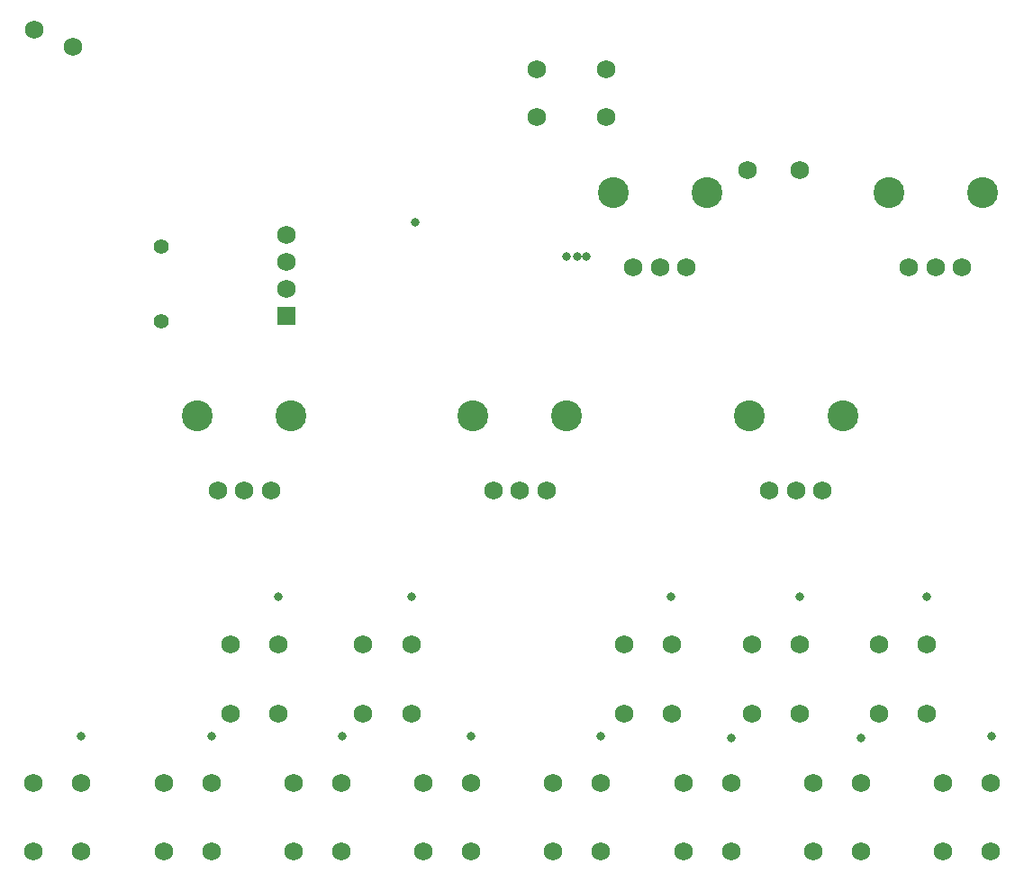
<source format=gts>
G04 Layer_Color=8388736*
%FSLAX25Y25*%
%MOIN*%
G70*
G01*
G75*
%ADD26C,0.06800*%
%ADD27C,0.11430*%
%ADD28C,0.05524*%
%ADD29R,0.06800X0.06800*%
%ADD30C,0.03162*%
D26*
X428346Y325197D02*
D03*
X402756D02*
D03*
X428346Y342913D02*
D03*
X402756D02*
D03*
X570866Y53150D02*
D03*
Y78740D02*
D03*
X553150Y53150D02*
D03*
Y78740D02*
D03*
X547244Y104331D02*
D03*
Y129921D02*
D03*
X529528Y104331D02*
D03*
Y129921D02*
D03*
X522778Y53150D02*
D03*
Y78740D02*
D03*
X505062Y53150D02*
D03*
Y78740D02*
D03*
X500000Y104331D02*
D03*
Y129921D02*
D03*
X482283Y104331D02*
D03*
Y129921D02*
D03*
X474691Y53150D02*
D03*
Y78740D02*
D03*
X456974Y53150D02*
D03*
Y78740D02*
D03*
X452756Y104331D02*
D03*
Y129921D02*
D03*
X435039Y104331D02*
D03*
Y129921D02*
D03*
X426603Y53150D02*
D03*
Y78740D02*
D03*
X408886Y53150D02*
D03*
Y78740D02*
D03*
X378515Y53150D02*
D03*
Y78740D02*
D03*
X360799Y53150D02*
D03*
Y78740D02*
D03*
X356299Y104331D02*
D03*
Y129921D02*
D03*
X338583Y104331D02*
D03*
Y129921D02*
D03*
X330427Y53150D02*
D03*
Y78740D02*
D03*
X312711Y53150D02*
D03*
Y78740D02*
D03*
X307087Y104331D02*
D03*
Y129921D02*
D03*
X289370Y104331D02*
D03*
Y129921D02*
D03*
X282340Y53150D02*
D03*
Y78740D02*
D03*
X264623Y53150D02*
D03*
Y78740D02*
D03*
X234252Y53150D02*
D03*
Y78740D02*
D03*
X216535Y53150D02*
D03*
Y78740D02*
D03*
X231102Y351181D02*
D03*
X216929Y357480D02*
D03*
X488780Y187008D02*
D03*
X498622D02*
D03*
X508465D02*
D03*
X386713D02*
D03*
X396555D02*
D03*
X406398D02*
D03*
X284646D02*
D03*
X294488D02*
D03*
X304331D02*
D03*
X540551Y269685D02*
D03*
X550394D02*
D03*
X560236D02*
D03*
X438484D02*
D03*
X448327D02*
D03*
X458169D02*
D03*
X310236Y271654D02*
D03*
Y261653D02*
D03*
Y281653D02*
D03*
X480709Y305512D02*
D03*
X500000D02*
D03*
D27*
X481299Y214567D02*
D03*
X515945D02*
D03*
X379232D02*
D03*
X413878D02*
D03*
X277165D02*
D03*
X311811D02*
D03*
X533071Y297244D02*
D03*
X567717D02*
D03*
X431004D02*
D03*
X465650D02*
D03*
D28*
X263779Y249606D02*
D03*
Y277165D02*
D03*
D29*
X310236Y251654D02*
D03*
D30*
X234252Y95866D02*
D03*
X282283Y95965D02*
D03*
X330709D02*
D03*
X378346D02*
D03*
X426378D02*
D03*
X474803Y95177D02*
D03*
X522835D02*
D03*
X571260Y95965D02*
D03*
X547244Y147539D02*
D03*
X500000D02*
D03*
X452362D02*
D03*
X356299D02*
D03*
X307087D02*
D03*
X357874Y286221D02*
D03*
X413779Y273622D02*
D03*
X417717D02*
D03*
X421260D02*
D03*
M02*

</source>
